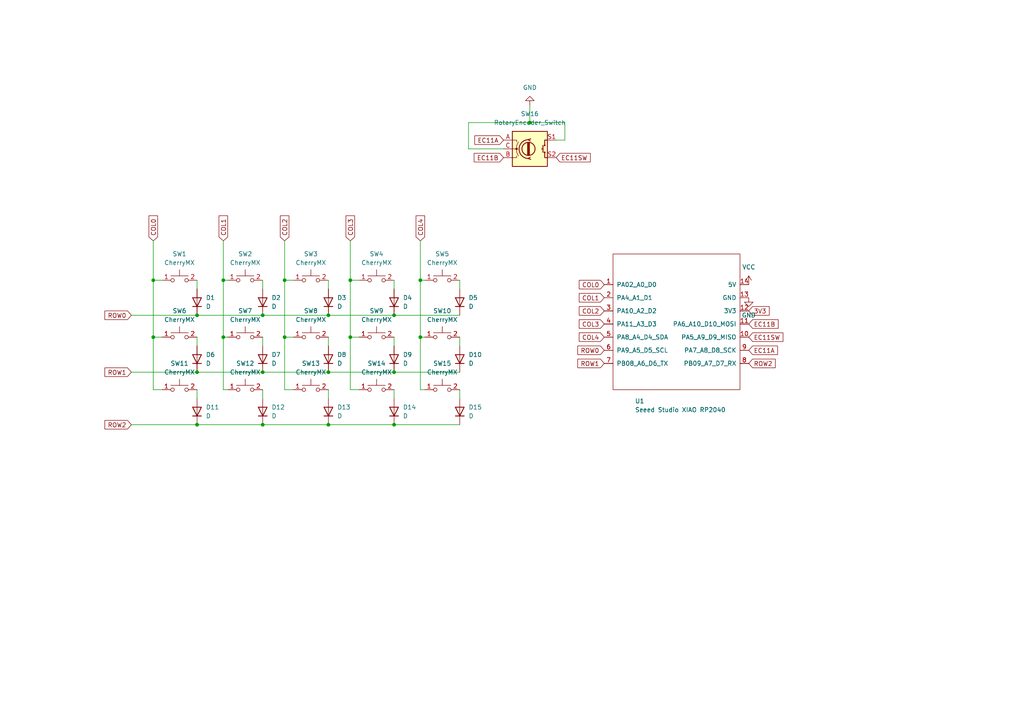
<source format=kicad_sch>
(kicad_sch (version 20231120) (generator "eeschema") (generator_version "8.0")
  (paper "A4")
  (title_block (title "Frogpad") (date "2024-09-15"))
  (lib_symbols
    (symbol "CherryMX:CherryMX" (pin_names (offset 0.254))
      (property "Reference" "SW" (at 2.54 3.175 0))
      (property "Value" "CherryMX" (at 0 -1.905 0))
      (symbol "CherryMX_1_1"
        (circle (center -2.032 0) (radius 0.508))
        (polyline (pts (xy 0 1.27) (xy 0 3.048)))
        (polyline (pts (xy 2.54 1.27) (xy -2.54 1.27)))
        (circle (center 2.032 0) (radius 0.508))
        (pin passive line (at -5.08 0 0) (length 2.54) (name "~") (number "1"))
        (pin passive line (at 5.08 0 180) (length 2.54) (name "~") (number "2"))
      )
    )
    (symbol "Device:D" (pin_numbers hide) (pin_names (offset 1.016) hide)
      (property "Reference" "D" (at 0 2.54 0))
      (property "Value" "D" (at 0 -2.54 0))
      (symbol "D_0_1"
        (polyline (pts (xy -1.27 1.27) (xy -1.27 -1.27)) (stroke (width 0.254)))
        (polyline (pts (xy 1.27 0) (xy -1.27 0)))
        (polyline (pts (xy 1.27 1.27) (xy 1.27 -1.27) (xy -1.27 0) (xy 1.27 1.27)) (stroke (width 0.254)))
      )
      (symbol "D_1_1"
        (pin passive line (at -3.81 0 0) (length 2.54) (name "K") (number "1"))
        (pin passive line (at 3.81 0 180) (length 2.54) (name "A") (number "2"))
      )
    )
    (symbol "Device:RotaryEncoder_Switch" (pin_names (offset 0.254) hide)
      (property "Reference" "SW" (at 0 6.604 0))
      (property "Value" "RotaryEncoder_Switch" (at 0 -6.604 0))
      (symbol "RotaryEncoder_Switch_0_1"
        (rectangle (start -5.08 5.08) (end 5.08 -5.08) (stroke (width 0.254)) (fill (type background)))
        (circle (center -3.81 0) (radius 0.254) (fill (type outline)))
        (circle (center -0.381 0) (radius 1.905) (stroke (width 0.254)))
        (arc (start -0.381 2.667) (mid -3.0988 -0.0635) (end -0.381 -2.794) (stroke (width 0.254)))
        (polyline (pts (xy -0.635 -1.778) (xy -0.635 1.778)) (stroke (width 0.254)))
        (polyline (pts (xy -0.381 -1.778) (xy -0.381 1.778)) (stroke (width 0.254)))
        (polyline (pts (xy -0.127 1.778) (xy -0.127 -1.778)) (stroke (width 0.254)))
        (polyline (pts (xy 3.81 0) (xy 3.429 0)) (stroke (width 0.254)))
        (polyline (pts (xy 3.81 1.016) (xy 3.81 -1.016)) (stroke (width 0.254)))
        (polyline (pts (xy -5.08 -2.54) (xy -3.81 -2.54) (xy -3.81 -2.032)))
        (polyline (pts (xy -5.08 2.54) (xy -3.81 2.54) (xy -3.81 2.032)))
        (polyline (pts (xy 0.254 -3.048) (xy -0.508 -2.794) (xy 0.127 -2.413)) (stroke (width 0.254)))
        (polyline (pts (xy 0.254 2.921) (xy -0.508 2.667) (xy 0.127 2.286)) (stroke (width 0.254)))
        (polyline (pts (xy 5.08 -2.54) (xy 4.318 -2.54) (xy 4.318 -1.016)) (stroke (width 0.254)))
        (polyline (pts (xy 5.08 2.54) (xy 4.318 2.54) (xy 4.318 1.016)) (stroke (width 0.254)))
        (polyline (pts (xy -5.08 0) (xy -3.81 0) (xy -3.81 -1.016) (xy -3.302 -2.032)))
        (polyline (pts (xy -4.318 0) (xy -3.81 0) (xy -3.81 1.016) (xy -3.302 2.032)))
        (circle (center 4.318 -1.016) (radius 0.127) (stroke (width 0.254)))
        (circle (center 4.318 1.016) (radius 0.127) (stroke (width 0.254)))
      )
      (symbol "RotaryEncoder_Switch_1_1"
        (pin passive line (at -7.62 2.54 0) (length 2.54) (name "A") (number "A"))
        (pin passive line (at -7.62 -2.54 0) (length 2.54) (name "B") (number "B"))
        (pin passive line (at -7.62 0 0) (length 2.54) (name "C") (number "C"))
        (pin passive line (at 7.62 2.54 180) (length 2.54) (name "S1") (number "S1"))
        (pin passive line (at 7.62 -2.54 180) (length 2.54) (name "S2") (number "S2"))
      )
    )
    (symbol "Seeed_Studio_XIAO_Series:Seeed Studio XIAO SAMD21" (pin_names (offset 1.016))
      (property "Reference" "U1" (at -12.7 -22.352 0))
      (property "Value" "Seeed Studio XIAO RP2040" (at -12.7 -24.892 0))
      (symbol "Seeed Studio XIAO SAMD21_0_1"
        (rectangle (start -19.05 20.32) (end 17.78 -19.05))
      )
      (symbol "Seeed Studio XIAO SAMD21_1_1"
        (pin unspecified line (at -21.59 11.43 0) (length 2.54) (name "PA02_A0_D0") (number "1"))
        (pin unspecified line (at 20.32 -3.81 180) (length 2.54) (name "PA5_A9_D9_MISO") (number "10"))
        (pin unspecified line (at 20.32 0 180) (length 2.54) (name "PA6_A10_D10_MOSI") (number "11"))
        (pin unspecified line (at 20.32 3.81 180) (length 2.54) (name "3V3") (number "12"))
        (pin unspecified line (at 20.32 7.62 180) (length 2.54) (name "GND") (number "13"))
        (pin unspecified line (at 20.32 11.43 180) (length 2.54) (name "5V") (number "14"))
        (pin unspecified line (at -21.59 7.62 0) (length 2.54) (name "PA4_A1_D1") (number "2"))
        (pin unspecified line (at -21.59 3.81 0) (length 2.54) (name "PA10_A2_D2") (number "3"))
        (pin unspecified line (at -21.59 0 0) (length 2.54) (name "PA11_A3_D3") (number "4"))
        (pin unspecified line (at -21.59 -3.81 0) (length 2.54) (name "PA8_A4_D4_SDA") (number "5"))
        (pin unspecified line (at -21.59 -7.62 0) (length 2.54) (name "PA9_A5_D5_SCL") (number "6"))
        (pin unspecified line (at -21.59 -11.43 0) (length 2.54) (name "PB08_A6_D6_TX") (number "7"))
        (pin unspecified line (at 20.32 -11.43 180) (length 2.54) (name "PB09_A7_D7_RX") (number "8"))
        (pin unspecified line (at 20.32 -7.62 180) (length 2.54) (name "PA7_A8_D8_SCK") (number "9"))
      )
    )
    (symbol "power:GND" (power) (pin_numbers hide) (pin_names (offset 0) hide)
      (property "Value" "GND" (at 0 -3.81 0))
      (symbol "GND_0_1"
        (polyline (pts (xy 0 0) (xy 0 -1.27) (xy 1.27 -1.27) (xy 0 -2.54) (xy -1.27 -1.27) (xy 0 -1.27)))
      )
      (symbol "GND_1_1"
        (pin power_in line (at 0 0 270) (length 0) (name "~") (number "1"))
      )
    )
    (symbol "power:VCC" (power) (pin_numbers hide) (pin_names (offset 0) hide)
      (property "Value" "VCC" (at 0 3.556 0))
      (symbol "VCC_0_1"
        (polyline (pts (xy -0.762 1.27) (xy 0 2.54)))
        (polyline (pts (xy 0 0) (xy 0 2.54)))
        (polyline (pts (xy 0 2.54) (xy 0.762 1.27)))
      )
      (symbol "VCC_1_1"
        (pin power_in line (at 0 0 90) (length 0) (name "~") (number "1"))
      )
    )
  )
  (junction (at 82.55 97.79))
  (junction (at 95.25 91.44))
  (junction (at 95.25 107.95))
  (junction (at 114.3 91.44))
  (junction (at 121.92 81.28))
  (junction (at 57.15 107.95))
  (junction (at 153.67 35.56))
  (junction (at 82.55 81.28))
  (junction (at 57.15 91.44))
  (junction (at 121.92 97.79))
  (junction (at 114.3 123.19))
  (junction (at 44.45 97.79))
  (junction (at 64.77 81.28))
  (junction (at 101.6 97.79))
  (junction (at 76.2 91.44))
  (junction (at 64.77 97.79))
  (junction (at 101.6 81.28))
  (junction (at 76.2 123.19))
  (junction (at 114.3 107.95))
  (junction (at 76.2 107.95))
  (junction (at 44.45 81.28))
  (junction (at 95.25 123.19))
  (junction (at 57.15 123.19))
  (wire (pts (xy 38.1 91.44) (xy 57.15 91.44)))
  (wire (pts (xy 44.45 81.28) (xy 46.99 81.28)))
  (wire (pts (xy 101.6 113.03) (xy 104.14 113.03)))
  (wire (pts (xy 38.1 107.95) (xy 57.15 107.95)))
  (wire (pts (xy 135.89 43.18) (xy 135.89 35.56)))
  (wire (pts (xy 64.77 69.85) (xy 64.77 81.28)))
  (wire (pts (xy 76.2 107.95) (xy 95.25 107.95)))
  (wire (pts (xy 114.3 91.44) (xy 133.35 91.44)))
  (wire (pts (xy 101.6 97.79) (xy 104.14 97.79)))
  (wire (pts (xy 82.55 113.03) (xy 85.09 113.03)))
  (wire (pts (xy 82.55 97.79) (xy 85.09 97.79)))
  (wire (pts (xy 44.45 97.79) (xy 44.45 113.03)))
  (wire (pts (xy 44.45 81.28) (xy 44.45 97.79)))
  (wire (pts (xy 57.15 107.95) (xy 76.2 107.95)))
  (wire (pts (xy 121.92 113.03) (xy 123.19 113.03)))
  (wire (pts (xy 163.83 35.56) (xy 163.83 40.64)))
  (wire (pts (xy 114.3 97.79) (xy 114.3 100.33)))
  (wire (pts (xy 64.77 81.28) (xy 66.04 81.28)))
  (wire (pts (xy 114.3 107.95) (xy 133.35 107.95)))
  (wire (pts (xy 76.2 91.44) (xy 95.25 91.44)))
  (wire (pts (xy 64.77 81.28) (xy 64.77 97.79)))
  (wire (pts (xy 76.2 97.79) (xy 76.2 100.33)))
  (wire (pts (xy 95.25 81.28) (xy 95.25 83.82)))
  (wire (pts (xy 82.55 69.85) (xy 82.55 81.28)))
  (wire (pts (xy 101.6 81.28) (xy 104.14 81.28)))
  (wire (pts (xy 101.6 69.85) (xy 101.6 81.28)))
  (wire (pts (xy 133.35 81.28) (xy 133.35 83.82)))
  (wire (pts (xy 95.25 97.79) (xy 95.25 100.33)))
  (wire (pts (xy 153.67 30.48) (xy 153.67 35.56)))
  (wire (pts (xy 82.55 81.28) (xy 82.55 97.79)))
  (wire (pts (xy 57.15 113.03) (xy 57.15 115.57)))
  (wire (pts (xy 44.45 113.03) (xy 46.99 113.03)))
  (wire (pts (xy 133.35 97.79) (xy 133.35 100.33)))
  (wire (pts (xy 114.3 113.03) (xy 114.3 115.57)))
  (wire (pts (xy 114.3 123.19) (xy 133.35 123.19)))
  (wire (pts (xy 64.77 113.03) (xy 66.04 113.03)))
  (wire (pts (xy 64.77 97.79) (xy 64.77 113.03)))
  (wire (pts (xy 163.83 40.64) (xy 161.29 40.64)))
  (wire (pts (xy 82.55 97.79) (xy 82.55 113.03)))
  (wire (pts (xy 82.55 81.28) (xy 85.09 81.28)))
  (wire (pts (xy 57.15 91.44) (xy 76.2 91.44)))
  (wire (pts (xy 57.15 97.79) (xy 57.15 100.33)))
  (wire (pts (xy 44.45 69.85) (xy 44.45 81.28)))
  (wire (pts (xy 57.15 81.28) (xy 57.15 83.82)))
  (wire (pts (xy 101.6 97.79) (xy 101.6 113.03)))
  (wire (pts (xy 38.1 123.19) (xy 57.15 123.19)))
  (wire (pts (xy 95.25 113.03) (xy 95.25 115.57)))
  (wire (pts (xy 121.92 97.79) (xy 121.92 113.03)))
  (wire (pts (xy 121.92 81.28) (xy 121.92 97.79)))
  (wire (pts (xy 133.35 113.03) (xy 133.35 115.57)))
  (wire (pts (xy 135.89 35.56) (xy 153.67 35.56)))
  (wire (pts (xy 121.92 81.28) (xy 123.19 81.28)))
  (wire (pts (xy 146.05 43.18) (xy 135.89 43.18)))
  (wire (pts (xy 95.25 107.95) (xy 114.3 107.95)))
  (wire (pts (xy 76.2 113.03) (xy 76.2 115.57)))
  (wire (pts (xy 121.92 69.85) (xy 121.92 81.28)))
  (wire (pts (xy 64.77 97.79) (xy 66.04 97.79)))
  (wire (pts (xy 114.3 81.28) (xy 114.3 83.82)))
  (wire (pts (xy 101.6 81.28) (xy 101.6 97.79)))
  (wire (pts (xy 95.25 91.44) (xy 114.3 91.44)))
  (wire (pts (xy 57.15 123.19) (xy 76.2 123.19)))
  (wire (pts (xy 44.45 97.79) (xy 46.99 97.79)))
  (wire (pts (xy 95.25 123.19) (xy 114.3 123.19)))
  (wire (pts (xy 121.92 97.79) (xy 123.19 97.79)))
  (wire (pts (xy 76.2 81.28) (xy 76.2 83.82)))
  (wire (pts (xy 153.67 35.56) (xy 163.83 35.56)))
  (wire (pts (xy 76.2 123.19) (xy 95.25 123.19)))
  (global_label "COL0" (shape input) (at 44.45 69.85 90) (property "Intersheetrefs" "${INTERSHEET_REFS}" (effects (hide yes))))
  (global_label "ROW0" (shape input) (at 38.1 91.44 180) (property "Intersheetrefs" "${INTERSHEET_REFS}" (effects (hide yes))))
  (global_label "COL1" (shape input) (at 64.77 69.85 90) (property "Intersheetrefs" "${INTERSHEET_REFS}" (effects (hide yes))))
  (global_label "COL4" (shape input) (at 121.92 69.85 90) (property "Intersheetrefs" "${INTERSHEET_REFS}" (effects (hide yes))))
  (global_label "COL3" (shape input) (at 101.6 69.85 90) (property "Intersheetrefs" "${INTERSHEET_REFS}" (effects (hide yes))))
  (global_label "COL4" (shape input) (at 175.26 97.79 180) (property "Intersheetrefs" "${INTERSHEET_REFS}" (effects (hide yes))))
  (global_label "EC11SW" (shape input) (at 161.29 45.72 0) (property "Intersheetrefs" "${INTERSHEET_REFS}" (effects (hide yes))))
  (global_label "3V3" (shape input) (at 217.17 90.17 0) (property "Intersheetrefs" "${INTERSHEET_REFS}" (effects (hide yes))))
  (global_label "COL2" (shape input) (at 175.26 90.17 180) (property "Intersheetrefs" "${INTERSHEET_REFS}" (effects (hide yes))))
  (global_label "ROW1" (shape input) (at 175.26 105.41 180) (property "Intersheetrefs" "${INTERSHEET_REFS}" (effects (hide yes))))
  (global_label "COL0" (shape input) (at 175.26 82.55 180) (property "Intersheetrefs" "${INTERSHEET_REFS}" (effects (hide yes))))
  (global_label "COL2" (shape input) (at 82.55 69.85 90) (property "Intersheetrefs" "${INTERSHEET_REFS}" (effects (hide yes))))
  (global_label "EC11A" (shape input) (at 146.05 40.64 180) (property "Intersheetrefs" "${INTERSHEET_REFS}" (effects (hide yes))))
  (global_label "ROW1" (shape input) (at 38.1 107.95 180) (property "Intersheetrefs" "${INTERSHEET_REFS}" (effects (hide yes))))
  (global_label "EC11B" (shape input) (at 146.05 45.72 180) (property "Intersheetrefs" "${INTERSHEET_REFS}" (effects (hide yes))))
  (global_label "EC11B" (shape input) (at 217.17 93.98 0) (property "Intersheetrefs" "${INTERSHEET_REFS}" (effects (hide yes))))
  (global_label "COL3" (shape input) (at 175.26 93.98 180) (property "Intersheetrefs" "${INTERSHEET_REFS}" (effects (hide yes))))
  (global_label "COL1" (shape input) (at 175.26 86.36 180) (property "Intersheetrefs" "${INTERSHEET_REFS}" (effects (hide yes))))
  (global_label "ROW0" (shape input) (at 175.26 101.6 180) (property "Intersheetrefs" "${INTERSHEET_REFS}" (effects (hide yes))))
  (global_label "EC11SW" (shape input) (at 217.17 97.79 0) (property "Intersheetrefs" "${INTERSHEET_REFS}" (effects (hide yes))))
  (global_label "EC11A" (shape input) (at 217.17 101.6 0) (property "Intersheetrefs" "${INTERSHEET_REFS}" (effects (hide yes))))
  (global_label "ROW2" (shape input) (at 38.1 123.19 180) (property "Intersheetrefs" "${INTERSHEET_REFS}" (effects (hide yes))))
  (global_label "ROW2" (shape input) (at 217.17 105.41 0) (property "Intersheetrefs" "${INTERSHEET_REFS}" (effects (hide yes))))
  (symbol (lib_id "Device:RotaryEncoder_Switch") (at 153.67 43.18 0) (unit 1)
    (property "Reference" "SW16" (at 153.67 33.02 0))
    (property "Value" "RotaryEncoder_Switch" (at 153.67 35.56 0))
    (property "Footprint" "Rotary_Encoder:RotaryEncoder_Alps_EC11E-Switch_Vertical_H20mm" (effects (hide yes)))
    (property "Description" "Rotary encoder, dual channel, incremental quadrate outputs, with switch" (effects (hide yes)))
  )
  (symbol (lib_id "CherryMX:CherryMX") (at 90.17 97.79 0) (unit 1)
    (property "Reference" "SW8" (at 90.17 90.17 0))
    (property "Value" "CherryMX" (at 90.17 92.71 0))
    (property "Footprint" "Switch_Keyboard_Cherry_MX:SW_Cherry_MX_PCB_1.00u" (effects (hide yes)))
  )
  (symbol (lib_id "CherryMX:CherryMX") (at 71.12 97.79 0) (unit 1)
    (property "Reference" "SW7" (at 71.12 90.17 0))
    (property "Value" "CherryMX" (at 71.12 92.71 0))
    (property "Footprint" "Switch_Keyboard_Cherry_MX:SW_Cherry_MX_PCB_1.00u" (effects (hide yes)))
  )
  (symbol (lib_id "CherryMX:CherryMX") (at 128.27 81.28 0) (unit 1)
    (property "Reference" "SW5" (at 128.27 73.66 0))
    (property "Value" "CherryMX" (at 128.27 76.2 0))
    (property "Footprint" "Switch_Keyboard_Cherry_MX:SW_Cherry_MX_PCB_1.00u" (effects (hide yes)))
  )
  (symbol (lib_id "Device:D") (at 133.35 104.14 90) (unit 1)
    (property "Reference" "D10" (at 135.89 102.8699 90) (effects (justify right)))
    (property "Value" "D" (at 135.89 105.4099 90) (effects (justify right)))
    (property "Footprint" "Diode_SMD:D_0805_2012Metric_Pad1.15x1.40mm_HandSolder" (effects (hide yes)))
    (property "Description" "Diode" (effects (hide yes)))
    (property "Sim.Device" "D" (effects (hide yes)))
    (property "Sim.Pins" "1=K 2=A" (effects (hide yes)))
  )
  (symbol (lib_id "power:VCC") (at 217.17 82.55 0) (unit 1)
    (property "Reference" "#PWR02" (effects (hide yes)))
    (property "Value" "VCC" (at 217.17 77.47 0))
    (property "Description" "Power symbol creates a global label with name \"VCC\"" (effects (hide yes)))
  )
  (symbol (lib_id "Device:D") (at 57.15 119.38 90) (unit 1)
    (property "Reference" "D11" (at 59.69 118.1099 90) (effects (justify right)))
    (property "Value" "D" (at 59.69 120.6499 90) (effects (justify right)))
    (property "Footprint" "Diode_SMD:D_0805_2012Metric_Pad1.15x1.40mm_HandSolder" (effects (hide yes)))
    (property "Description" "Diode" (effects (hide yes)))
    (property "Sim.Device" "D" (effects (hide yes)))
    (property "Sim.Pins" "1=K 2=A" (effects (hide yes)))
  )
  (symbol (lib_id "Device:D") (at 76.2 104.14 90) (unit 1)
    (property "Reference" "D7" (at 78.74 102.8699 90) (effects (justify right)))
    (property "Value" "D" (at 78.74 105.4099 90) (effects (justify right)))
    (property "Footprint" "Diode_SMD:D_0805_2012Metric_Pad1.15x1.40mm_HandSolder" (effects (hide yes)))
    (property "Description" "Diode" (effects (hide yes)))
    (property "Sim.Device" "D" (effects (hide yes)))
    (property "Sim.Pins" "1=K 2=A" (effects (hide yes)))
  )
  (symbol (lib_id "CherryMX:CherryMX") (at 109.22 81.28 0) (unit 1)
    (property "Reference" "SW4" (at 109.22 73.66 0))
    (property "Value" "CherryMX" (at 109.22 76.2 0))
    (property "Footprint" "Switch_Keyboard_Cherry_MX:SW_Cherry_MX_PCB_1.00u" (effects (hide yes)))
  )
  (symbol (lib_id "power:GND") (at 153.67 30.48 180) (unit 1)
    (property "Reference" "#PWR01" (effects (hide yes)))
    (property "Value" "GND" (at 153.67 25.4 0))
    (property "Description" "Power symbol creates a global label with name \"GND\" , ground" (effects (hide yes)))
  )
  (symbol (lib_id "Device:D") (at 133.35 87.63 90) (unit 1)
    (property "Reference" "D5" (at 135.89 86.3599 90) (effects (justify right)))
    (property "Value" "D" (at 135.89 88.8999 90) (effects (justify right)))
    (property "Footprint" "Diode_SMD:D_0805_2012Metric_Pad1.15x1.40mm_HandSolder" (effects (hide yes)))
    (property "Description" "Diode" (effects (hide yes)))
    (property "Sim.Device" "D" (effects (hide yes)))
    (property "Sim.Pins" "1=K 2=A" (effects (hide yes)))
  )
  (symbol (lib_id "Device:D") (at 133.35 119.38 90) (unit 1)
    (property "Reference" "D15" (at 135.89 118.1099 90) (effects (justify right)))
    (property "Value" "D" (at 135.89 120.6499 90) (effects (justify right)))
    (property "Footprint" "Diode_SMD:D_0805_2012Metric_Pad1.15x1.40mm_HandSolder" (effects (hide yes)))
    (property "Description" "Diode" (effects (hide yes)))
    (property "Sim.Device" "D" (effects (hide yes)))
    (property "Sim.Pins" "1=K 2=A" (effects (hide yes)))
  )
  (symbol (lib_id "Seeed_Studio_XIAO_Series:Seeed Studio XIAO SAMD21") (at 196.85 93.98 0) (unit 1)
    (property "Reference" "U1" (at 184.15 116.332 0) (effects (justify left)))
    (property "Value" "Seeed Studio XIAO RP2040" (at 184.15 118.872 0) (effects (justify left)))
    (property "Footprint" "Seeed Studio XIAO Series Library:XIAO-Generic-Thruhole-14P-2.54-21X17.8MM" (effects (hide yes)))
  )
  (symbol (lib_id "Device:D") (at 114.3 87.63 90) (unit 1)
    (property "Reference" "D4" (at 116.84 86.3599 90) (effects (justify right)))
    (property "Value" "D" (at 116.84 88.8999 90) (effects (justify right)))
    (property "Footprint" "Diode_SMD:D_0805_2012Metric_Pad1.15x1.40mm_HandSolder" (effects (hide yes)))
    (property "Description" "Diode" (effects (hide yes)))
    (property "Sim.Device" "D" (effects (hide yes)))
    (property "Sim.Pins" "1=K 2=A" (effects (hide yes)))
  )
  (symbol (lib_id "Device:D") (at 95.25 119.38 90) (unit 1)
    (property "Reference" "D13" (at 97.79 118.1099 90) (effects (justify right)))
    (property "Value" "D" (at 97.79 120.6499 90) (effects (justify right)))
    (property "Footprint" "Diode_SMD:D_0805_2012Metric_Pad1.15x1.40mm_HandSolder" (effects (hide yes)))
    (property "Description" "Diode" (effects (hide yes)))
    (property "Sim.Device" "D" (effects (hide yes)))
    (property "Sim.Pins" "1=K 2=A" (effects (hide yes)))
  )
  (symbol (lib_id "power:GND") (at 217.17 86.36 0) (unit 1)
    (property "Reference" "#PWR03" (effects (hide yes)))
    (property "Value" "GND" (at 217.17 91.44 0))
    (property "Description" "Power symbol creates a global label with name \"GND\" , ground" (effects (hide yes)))
  )
  (symbol (lib_id "CherryMX:CherryMX") (at 90.17 113.03 0) (unit 1)
    (property "Reference" "SW13" (at 90.17 105.41 0))
    (property "Value" "CherryMX" (at 90.17 107.95 0))
    (property "Footprint" "Switch_Keyboard_Cherry_MX:SW_Cherry_MX_PCB_1.00u" (effects (hide yes)))
  )
  (symbol (lib_id "Device:D") (at 95.25 104.14 90) (unit 1)
    (property "Reference" "D8" (at 97.79 102.8699 90) (effects (justify right)))
    (property "Value" "D" (at 97.79 105.4099 90) (effects (justify right)))
    (property "Footprint" "Diode_SMD:D_0805_2012Metric_Pad1.15x1.40mm_HandSolder" (effects (hide yes)))
    (property "Description" "Diode" (effects (hide yes)))
    (property "Sim.Device" "D" (effects (hide yes)))
    (property "Sim.Pins" "1=K 2=A" (effects (hide yes)))
  )
  (symbol (lib_id "Device:D") (at 57.15 87.63 90) (unit 1)
    (property "Reference" "D1" (at 59.69 86.3599 90) (effects (justify right)))
    (property "Value" "D" (at 59.69 88.8999 90) (effects (justify right)))
    (property "Footprint" "Diode_SMD:D_0805_2012Metric_Pad1.15x1.40mm_HandSolder" (effects (hide yes)))
    (property "Description" "Diode" (effects (hide yes)))
    (property "Sim.Device" "D" (effects (hide yes)))
    (property "Sim.Pins" "1=K 2=A" (effects (hide yes)))
  )
  (symbol (lib_id "Device:D") (at 95.25 87.63 90) (unit 1)
    (property "Reference" "D3" (at 97.79 86.3599 90) (effects (justify right)))
    (property "Value" "D" (at 97.79 88.8999 90) (effects (justify right)))
    (property "Footprint" "Diode_SMD:D_0805_2012Metric_Pad1.15x1.40mm_HandSolder" (effects (hide yes)))
    (property "Description" "Diode" (effects (hide yes)))
    (property "Sim.Device" "D" (effects (hide yes)))
    (property "Sim.Pins" "1=K 2=A" (effects (hide yes)))
  )
  (symbol (lib_id "Device:D") (at 76.2 119.38 90) (unit 1)
    (property "Reference" "D12" (at 78.74 118.1099 90) (effects (justify right)))
    (property "Value" "D" (at 78.74 120.6499 90) (effects (justify right)))
    (property "Footprint" "Diode_SMD:D_0805_2012Metric_Pad1.15x1.40mm_HandSolder" (effects (hide yes)))
    (property "Description" "Diode" (effects (hide yes)))
    (property "Sim.Device" "D" (effects (hide yes)))
    (property "Sim.Pins" "1=K 2=A" (effects (hide yes)))
  )
  (symbol (lib_id "CherryMX:CherryMX") (at 71.12 113.03 0) (unit 1)
    (property "Reference" "SW12" (at 71.12 105.41 0))
    (property "Value" "CherryMX" (at 71.12 107.95 0))
    (property "Footprint" "Switch_Keyboard_Cherry_MX:SW_Cherry_MX_PCB_1.00u" (effects (hide yes)))
  )
  (symbol (lib_id "Device:D") (at 114.3 119.38 90) (unit 1)
    (property "Reference" "D14" (at 116.84 118.1099 90) (effects (justify right)))
    (property "Value" "D" (at 116.84 120.6499 90) (effects (justify right)))
    (property "Footprint" "Diode_SMD:D_0805_2012Metric_Pad1.15x1.40mm_HandSolder" (effects (hide yes)))
    (property "Description" "Diode" (effects (hide yes)))
    (property "Sim.Device" "D" (effects (hide yes)))
    (property "Sim.Pins" "1=K 2=A" (effects (hide yes)))
  )
  (symbol (lib_id "CherryMX:CherryMX") (at 71.12 81.28 0) (unit 1)
    (property "Reference" "SW2" (at 71.12 73.66 0))
    (property "Value" "CherryMX" (at 71.12 76.2 0))
    (property "Footprint" "Switch_Keyboard_Cherry_MX:SW_Cherry_MX_PCB_1.00u" (effects (hide yes)))
  )
  (symbol (lib_id "CherryMX:CherryMX") (at 52.07 81.28 0) (unit 1)
    (property "Reference" "SW1" (at 52.07 73.66 0))
    (property "Value" "CherryMX" (at 52.07 76.2 0))
    (property "Footprint" "Switch_Keyboard_Cherry_MX:SW_Cherry_MX_PCB_1.00u" (effects (hide yes)))
  )
  (symbol (lib_id "Device:D") (at 114.3 104.14 90) (unit 1)
    (property "Reference" "D9" (at 116.84 102.8699 90) (effects (justify right)))
    (property "Value" "D" (at 116.84 105.4099 90) (effects (justify right)))
    (property "Footprint" "Diode_SMD:D_0805_2012Metric_Pad1.15x1.40mm_HandSolder" (effects (hide yes)))
    (property "Description" "Diode" (effects (hide yes)))
    (property "Sim.Device" "D" (effects (hide yes)))
    (property "Sim.Pins" "1=K 2=A" (effects (hide yes)))
  )
  (symbol (lib_id "CherryMX:CherryMX") (at 109.22 97.79 0) (unit 1)
    (property "Reference" "SW9" (at 109.22 90.17 0))
    (property "Value" "CherryMX" (at 109.22 92.71 0))
    (property "Footprint" "Switch_Keyboard_Cherry_MX:SW_Cherry_MX_PCB_1.00u" (effects (hide yes)))
  )
  (symbol (lib_id "Device:D") (at 57.15 104.14 90) (unit 1)
    (property "Reference" "D6" (at 59.69 102.8699 90) (effects (justify right)))
    (property "Value" "D" (at 59.69 105.4099 90) (effects (justify right)))
    (property "Footprint" "Diode_SMD:D_0805_2012Metric_Pad1.15x1.40mm_HandSolder" (effects (hide yes)))
    (property "Description" "Diode" (effects (hide yes)))
    (property "Sim.Device" "D" (effects (hide yes)))
    (property "Sim.Pins" "1=K 2=A" (effects (hide yes)))
  )
  (symbol (lib_id "CherryMX:CherryMX") (at 52.07 113.03 0) (unit 1)
    (property "Reference" "SW11" (at 52.07 105.41 0))
    (property "Value" "CherryMX" (at 52.07 107.95 0))
    (property "Footprint" "Switch_Keyboard_Cherry_MX:SW_Cherry_MX_PCB_1.00u" (effects (hide yes)))
  )
  (symbol (lib_id "CherryMX:CherryMX") (at 109.22 113.03 0) (unit 1)
    (property "Reference" "SW14" (at 109.22 105.41 0))
    (property "Value" "CherryMX" (at 109.22 107.95 0))
    (property "Footprint" "Switch_Keyboard_Cherry_MX:SW_Cherry_MX_PCB_1.00u" (effects (hide yes)))
  )
  (symbol (lib_id "CherryMX:CherryMX") (at 52.07 97.79 0) (unit 1)
    (property "Reference" "SW6" (at 52.07 90.17 0))
    (property "Value" "CherryMX" (at 52.07 92.71 0))
    (property "Footprint" "Switch_Keyboard_Cherry_MX:SW_Cherry_MX_PCB_1.00u" (effects (hide yes)))
  )
  (symbol (lib_id "Device:D") (at 76.2 87.63 90) (unit 1)
    (property "Reference" "D2" (at 78.74 86.3599 90) (effects (justify right)))
    (property "Value" "D" (at 78.74 88.8999 90) (effects (justify right)))
    (property "Footprint" "Diode_SMD:D_0805_2012Metric_Pad1.15x1.40mm_HandSolder" (effects (hide yes)))
    (property "Description" "Diode" (effects (hide yes)))
    (property "Sim.Device" "D" (effects (hide yes)))
    (property "Sim.Pins" "1=K 2=A" (effects (hide yes)))
  )
  (symbol (lib_id "CherryMX:CherryMX") (at 90.17 81.28 0) (unit 1)
    (property "Reference" "SW3" (at 90.17 73.66 0))
    (property "Value" "CherryMX" (at 90.17 76.2 0))
    (property "Footprint" "Switch_Keyboard_Cherry_MX:SW_Cherry_MX_PCB_1.00u" (effects (hide yes)))
  )
  (symbol (lib_id "CherryMX:CherryMX") (at 128.27 97.79 0) (unit 1)
    (property "Reference" "SW10" (at 128.27 90.17 0))
    (property "Value" "CherryMX" (at 128.27 92.71 0))
    (property "Footprint" "Switch_Keyboard_Cherry_MX:SW_Cherry_MX_PCB_1.00u" (effects (hide yes)))
  )
  (symbol (lib_id "CherryMX:CherryMX") (at 128.27 113.03 0) (unit 1)
    (property "Reference" "SW15" (at 128.27 105.41 0))
    (property "Value" "CherryMX" (at 128.27 107.95 0))
    (property "Footprint" "Switch_Keyboard_Cherry_MX:SW_Cherry_MX_PCB_1.00u" (effects (hide yes)))
  )
)
</source>
